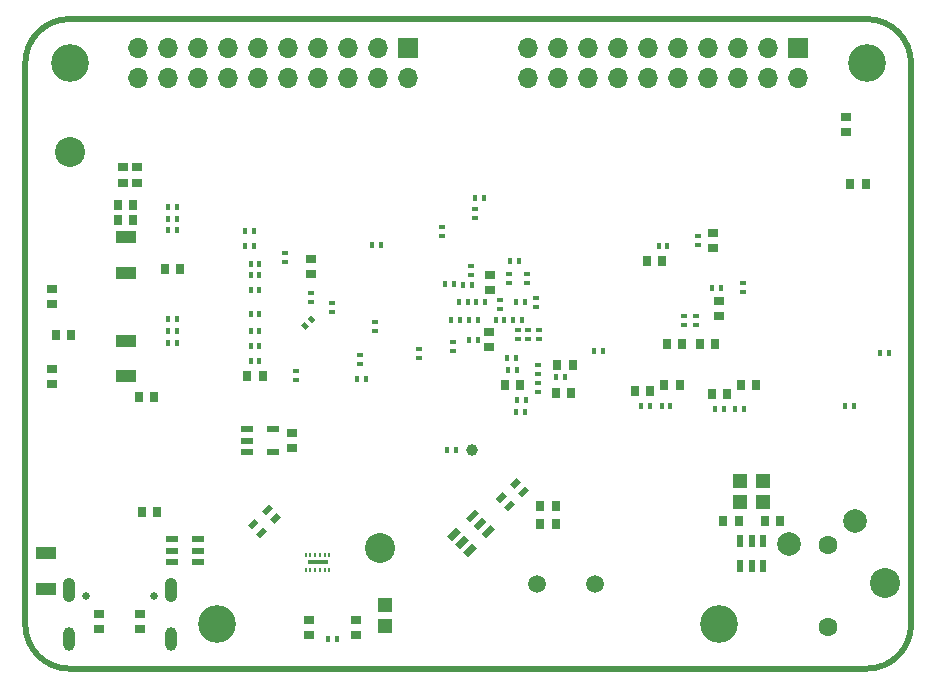
<source format=gbr>
%TF.GenerationSoftware,KiCad,Pcbnew,(5.1.10-1-10_14)*%
%TF.CreationDate,2021-07-27T15:44:47+02:00*%
%TF.ProjectId,EX-PCB-10108-001,45582d50-4342-42d3-9130-3130382d3030,A*%
%TF.SameCoordinates,Original*%
%TF.FileFunction,Soldermask,Bot*%
%TF.FilePolarity,Negative*%
%FSLAX46Y46*%
G04 Gerber Fmt 4.6, Leading zero omitted, Abs format (unit mm)*
G04 Created by KiCad (PCBNEW (5.1.10-1-10_14)) date 2021-07-27 15:44:47*
%MOMM*%
%LPD*%
G01*
G04 APERTURE LIST*
%TA.AperFunction,Profile*%
%ADD10C,0.500000*%
%TD*%
%ADD11C,2.000000*%
%ADD12O,1.000000X2.000000*%
%ADD13O,1.050000X2.100000*%
%ADD14C,0.650000*%
%ADD15R,0.510000X0.450000*%
%ADD16R,0.450000X0.510000*%
%ADD17R,0.710000X0.810000*%
%ADD18R,0.810000X0.710000*%
%ADD19R,0.200000X0.450000*%
%ADD20R,1.800000X0.400000*%
%ADD21C,2.540000*%
%ADD22R,1.250000X1.150000*%
%ADD23R,1.800000X1.070000*%
%ADD24C,1.600000*%
%ADD25R,1.700000X1.700000*%
%ADD26O,1.700000X1.700000*%
%ADD27C,1.500000*%
%ADD28C,3.200000*%
%ADD29R,0.550000X1.060000*%
%ADD30R,1.060000X0.550000*%
%ADD31C,0.100000*%
%ADD32R,1.060000X0.500000*%
%ADD33C,1.000000*%
G04 APERTURE END LIST*
D10*
X117700000Y-81500000D02*
G75*
G02*
X121450000Y-85250000I0J-3750000D01*
G01*
X46450000Y-85250000D02*
G75*
G02*
X50200000Y-81500000I3750000J0D01*
G01*
X50200000Y-136500000D02*
G75*
G02*
X46450000Y-132750000I0J3750000D01*
G01*
X121450000Y-132750000D02*
G75*
G02*
X117700000Y-136500000I-3750000J0D01*
G01*
X46450000Y-85250000D02*
X46450000Y-132750000D01*
X117700000Y-136500000D02*
X50200000Y-136500000D01*
X117700000Y-81500000D02*
X50200000Y-81500000D01*
X121450000Y-85250000D02*
X121450000Y-132750000D01*
D11*
X116725000Y-123975000D03*
X111075000Y-125950000D03*
D12*
X50130000Y-134000000D03*
X58770000Y-134000000D03*
D13*
X50130000Y-129820000D03*
X58770000Y-129820000D03*
D14*
X57340000Y-130320000D03*
X51560000Y-130320000D03*
D15*
X103450000Y-99875000D03*
X103450000Y-100625000D03*
X102200000Y-106625000D03*
X102200000Y-107375000D03*
D16*
X104575000Y-104250000D03*
X105325000Y-104250000D03*
D15*
X103200000Y-106625000D03*
X103200000Y-107375000D03*
D16*
X119575000Y-109750000D03*
X118825000Y-109750000D03*
X116575000Y-114250000D03*
X115825000Y-114250000D03*
D17*
X100345000Y-102000000D03*
X99055000Y-102000000D03*
D16*
X100075000Y-100750000D03*
X100825000Y-100750000D03*
D18*
X104700000Y-100895000D03*
X104700000Y-99605000D03*
D17*
X102095000Y-109000000D03*
X100805000Y-109000000D03*
D18*
X105200000Y-105355000D03*
X105200000Y-106645000D03*
D17*
X103555000Y-109000000D03*
X104845000Y-109000000D03*
D16*
X88075000Y-113750000D03*
X88825000Y-113750000D03*
X88025000Y-114750000D03*
X88775000Y-114750000D03*
X87325000Y-111250000D03*
X88075000Y-111250000D03*
D15*
X89700000Y-105875000D03*
X89700000Y-105125000D03*
X107200000Y-103875000D03*
X107200000Y-104625000D03*
D19*
X71000000Y-128125000D03*
X71400000Y-128125000D03*
X71800000Y-128125000D03*
X72200000Y-128125000D03*
X70200000Y-128125000D03*
X70600000Y-128125000D03*
X71800000Y-126875000D03*
X72200000Y-126875000D03*
X71000000Y-126875000D03*
X71400000Y-126875000D03*
X70600000Y-126875000D03*
X70200000Y-126875000D03*
D20*
X71200000Y-127500000D03*
D18*
X56200000Y-133145000D03*
X56200000Y-131855000D03*
X52700000Y-133145000D03*
X52700000Y-131855000D03*
X115950000Y-91045000D03*
X115950000Y-89755000D03*
D17*
X116305000Y-95500000D03*
X117595000Y-95500000D03*
D16*
X100325000Y-114250000D03*
X101075000Y-114250000D03*
X98575000Y-114250000D03*
X99325000Y-114250000D03*
X106575000Y-114500000D03*
X107325000Y-114500000D03*
X104825000Y-114500000D03*
X105575000Y-114500000D03*
D21*
X119200000Y-129250000D03*
D22*
X106950000Y-122375000D03*
X106950000Y-120625000D03*
X108950000Y-122375000D03*
X108950000Y-120625000D03*
X76950000Y-131125000D03*
X76950000Y-132875000D03*
D23*
X54950000Y-111755000D03*
X54950000Y-108745000D03*
X54950000Y-103005000D03*
X54950000Y-99995000D03*
D17*
X56305000Y-123250000D03*
X57595000Y-123250000D03*
X106845000Y-124000000D03*
X105555000Y-124000000D03*
X109055000Y-124000000D03*
X110345000Y-124000000D03*
X88345000Y-112500000D03*
X87055000Y-112500000D03*
X101845000Y-112500000D03*
X100555000Y-112500000D03*
X104555000Y-113250000D03*
X105845000Y-113250000D03*
D18*
X74450000Y-132355000D03*
X74450000Y-133645000D03*
X70450000Y-132355000D03*
X70450000Y-133645000D03*
D16*
X72075000Y-134000000D03*
X72825000Y-134000000D03*
D17*
X108345000Y-112500000D03*
X107055000Y-112500000D03*
X56055000Y-113500000D03*
X57345000Y-113500000D03*
X49055000Y-108250000D03*
X50345000Y-108250000D03*
X90055000Y-122750000D03*
X91345000Y-122750000D03*
X90055000Y-124250000D03*
X91345000Y-124250000D03*
D18*
X48700000Y-111105000D03*
X48700000Y-112395000D03*
D17*
X98055000Y-113000000D03*
X99345000Y-113000000D03*
D18*
X48700000Y-105645000D03*
X48700000Y-104355000D03*
D24*
X114450000Y-126000000D03*
X114450000Y-133000000D03*
D25*
X111880000Y-83980000D03*
D26*
X111880000Y-86520000D03*
X109340000Y-83980000D03*
X109340000Y-86520000D03*
X106800000Y-83980000D03*
X106800000Y-86520000D03*
X104260000Y-83980000D03*
X104260000Y-86520000D03*
X101720000Y-83980000D03*
X101720000Y-86520000D03*
X99180000Y-83980000D03*
X99180000Y-86520000D03*
X96640000Y-83980000D03*
X96640000Y-86520000D03*
X94100000Y-83980000D03*
X94100000Y-86520000D03*
X91560000Y-83980000D03*
X91560000Y-86520000D03*
X89020000Y-83980000D03*
X89020000Y-86520000D03*
D25*
X78880000Y-83980000D03*
D26*
X78880000Y-86520000D03*
X76340000Y-83980000D03*
X76340000Y-86520000D03*
X73800000Y-83980000D03*
X73800000Y-86520000D03*
X71260000Y-83980000D03*
X71260000Y-86520000D03*
X68720000Y-83980000D03*
X68720000Y-86520000D03*
X66180000Y-83980000D03*
X66180000Y-86520000D03*
X63640000Y-83980000D03*
X63640000Y-86520000D03*
X61100000Y-83980000D03*
X61100000Y-86520000D03*
X58560000Y-83980000D03*
X58560000Y-86520000D03*
X56020000Y-83980000D03*
X56020000Y-86520000D03*
D27*
X94650000Y-129350000D03*
X89750000Y-129350000D03*
D28*
X50200000Y-85250000D03*
D29*
X108900000Y-127850000D03*
X107950000Y-127850000D03*
X107000000Y-127850000D03*
X107000000Y-125650000D03*
X108900000Y-125650000D03*
X107950000Y-125650000D03*
D30*
X61050000Y-125550000D03*
X61050000Y-126500000D03*
X61050000Y-127450000D03*
X58850000Y-127450000D03*
X58850000Y-125550000D03*
X58850000Y-126500000D03*
D31*
G36*
X83913622Y-127018790D02*
G01*
X83524713Y-126629881D01*
X84274246Y-125880348D01*
X84663155Y-126269257D01*
X83913622Y-127018790D01*
G37*
G36*
X83241871Y-126347038D02*
G01*
X82852962Y-125958129D01*
X83602495Y-125208596D01*
X83991404Y-125597505D01*
X83241871Y-126347038D01*
G37*
G36*
X82570119Y-125675287D02*
G01*
X82181210Y-125286378D01*
X82930743Y-124536845D01*
X83319652Y-124925754D01*
X82570119Y-125675287D01*
G37*
G36*
X84125754Y-124119652D02*
G01*
X83736845Y-123730743D01*
X84486378Y-122981210D01*
X84875287Y-123370119D01*
X84125754Y-124119652D01*
G37*
G36*
X85469257Y-125463155D02*
G01*
X85080348Y-125074246D01*
X85829881Y-124324713D01*
X86218790Y-124713622D01*
X85469257Y-125463155D01*
G37*
G36*
X84797505Y-124791404D02*
G01*
X84408596Y-124402495D01*
X85158129Y-123652962D01*
X85547038Y-124041871D01*
X84797505Y-124791404D01*
G37*
D28*
X62700000Y-132750000D03*
X117700000Y-85250000D03*
X105200000Y-132750000D03*
D31*
G36*
X67760660Y-123292894D02*
G01*
X68114213Y-123646447D01*
X67548528Y-124212132D01*
X67194975Y-123858579D01*
X67760660Y-123292894D01*
G37*
G36*
X66558579Y-124494975D02*
G01*
X66912132Y-124848528D01*
X66346447Y-125414213D01*
X65992894Y-125060660D01*
X66558579Y-124494975D01*
G37*
G36*
X65851472Y-123787868D02*
G01*
X66205025Y-124141421D01*
X65639340Y-124707106D01*
X65285787Y-124353553D01*
X65851472Y-123787868D01*
G37*
G36*
X67053553Y-122585787D02*
G01*
X67407106Y-122939340D01*
X66841421Y-123505025D01*
X66487868Y-123151472D01*
X67053553Y-122585787D01*
G37*
D23*
X48200000Y-129755000D03*
X48200000Y-126745000D03*
D31*
G36*
X88760660Y-121042894D02*
G01*
X89114213Y-121396447D01*
X88548528Y-121962132D01*
X88194975Y-121608579D01*
X88760660Y-121042894D01*
G37*
G36*
X87558579Y-122244975D02*
G01*
X87912132Y-122598528D01*
X87346447Y-123164213D01*
X86992894Y-122810660D01*
X87558579Y-122244975D01*
G37*
G36*
X86851472Y-121537868D02*
G01*
X87205025Y-121891421D01*
X86639340Y-122457106D01*
X86285787Y-122103553D01*
X86851472Y-121537868D01*
G37*
G36*
X88053553Y-120335787D02*
G01*
X88407106Y-120689340D01*
X87841421Y-121255025D01*
X87487868Y-120901472D01*
X88053553Y-120335787D01*
G37*
D16*
X95350000Y-109600000D03*
X94600000Y-109600000D03*
D15*
X84500000Y-98325000D03*
X84500000Y-97575000D03*
D16*
X84525000Y-96650000D03*
X85275000Y-96650000D03*
D15*
X81700000Y-99125000D03*
X81700000Y-99875000D03*
D21*
X76450000Y-126250000D03*
X50200000Y-92750000D03*
D16*
X59275000Y-106900000D03*
X58525000Y-106900000D03*
X59275000Y-98400000D03*
X58525000Y-98400000D03*
X58525000Y-99400000D03*
X59275000Y-99400000D03*
X58525000Y-107900000D03*
X59275000Y-107900000D03*
X58525000Y-97400000D03*
X59275000Y-97400000D03*
D17*
X55595000Y-97250000D03*
X54305000Y-97250000D03*
D18*
X69050000Y-117845000D03*
X69050000Y-116555000D03*
D32*
X67400000Y-118150000D03*
X67400000Y-116250000D03*
X65200000Y-116250000D03*
X65200000Y-117200000D03*
X65200000Y-118150000D03*
D33*
X84300000Y-117950000D03*
D16*
X82175000Y-117950000D03*
X82925000Y-117950000D03*
D17*
X55595000Y-98500000D03*
X54305000Y-98500000D03*
D16*
X58525000Y-108900000D03*
X59275000Y-108900000D03*
D17*
X91355000Y-113150000D03*
X92645000Y-113150000D03*
X91505000Y-110750000D03*
X92795000Y-110750000D03*
X58255000Y-102650000D03*
X59545000Y-102650000D03*
D15*
X84200000Y-103175000D03*
X84200000Y-102425000D03*
D16*
X65525000Y-103200000D03*
X66275000Y-103200000D03*
X65525000Y-104450000D03*
X66275000Y-104450000D03*
D15*
X70650000Y-105447599D03*
X70650000Y-104697599D03*
X79750000Y-109475000D03*
X79750000Y-110225000D03*
D18*
X54725000Y-95345000D03*
X54725000Y-94055000D03*
X55925000Y-95345000D03*
X55925000Y-94055000D03*
D16*
X87525000Y-101950000D03*
X88275000Y-101950000D03*
D15*
X89000000Y-107800000D03*
X89000000Y-108550000D03*
D16*
X82775000Y-103950000D03*
X82025000Y-103950000D03*
X65525000Y-102200000D03*
X66275000Y-102200000D03*
X65525000Y-106450000D03*
X66275000Y-106450000D03*
X65525000Y-107950000D03*
X66275000Y-107950000D03*
X65525000Y-110450000D03*
X66275000Y-110450000D03*
D15*
X69400000Y-111325000D03*
X69400000Y-112075000D03*
D31*
G36*
X70113622Y-107125754D02*
G01*
X70474246Y-107486378D01*
X70156048Y-107804576D01*
X69795424Y-107443952D01*
X70113622Y-107125754D01*
G37*
G36*
X70643952Y-106595424D02*
G01*
X71004576Y-106956048D01*
X70686378Y-107274246D01*
X70325754Y-106913622D01*
X70643952Y-106595424D01*
G37*
D16*
X75275000Y-111950000D03*
X74525000Y-111950000D03*
D15*
X74800000Y-109975000D03*
X74800000Y-110725000D03*
D16*
X76575000Y-100650000D03*
X75825000Y-100650000D03*
D15*
X68400000Y-101325000D03*
X68400000Y-102075000D03*
X72400000Y-105575000D03*
X72400000Y-106325000D03*
X76050000Y-107925000D03*
X76050000Y-107175000D03*
D16*
X65525000Y-109200000D03*
X66275000Y-109200000D03*
D18*
X70650000Y-103095000D03*
X70650000Y-101805000D03*
D16*
X83925000Y-105450000D03*
X83175000Y-105450000D03*
X83275000Y-106950000D03*
X82525000Y-106950000D03*
X84275000Y-104050000D03*
X83525000Y-104050000D03*
D15*
X82650000Y-108825000D03*
X82650000Y-109575000D03*
D16*
X65025000Y-100700000D03*
X65775000Y-100700000D03*
X65025000Y-99450000D03*
X65775000Y-99450000D03*
X84775000Y-108700000D03*
X84025000Y-108700000D03*
D18*
X85800000Y-104420000D03*
X85800000Y-103130000D03*
D15*
X88900000Y-103075000D03*
X88900000Y-103825000D03*
X87400000Y-103075000D03*
X87400000Y-103825000D03*
D16*
X92175000Y-111800000D03*
X91425000Y-111800000D03*
D18*
X85750000Y-107955000D03*
X85750000Y-109245000D03*
D16*
X85375000Y-105450000D03*
X84625000Y-105450000D03*
D15*
X89900000Y-111575000D03*
X89900000Y-110825000D03*
D16*
X88525000Y-106950000D03*
X87775000Y-106950000D03*
D15*
X88150000Y-107825000D03*
X88150000Y-108575000D03*
D16*
X84025000Y-106950000D03*
X84775000Y-106950000D03*
D15*
X89900000Y-113075000D03*
X89900000Y-112325000D03*
D16*
X86275000Y-106950000D03*
X87025000Y-106950000D03*
D15*
X86650000Y-106075000D03*
X86650000Y-105325000D03*
X89950000Y-107800000D03*
X89950000Y-108550000D03*
D16*
X88775000Y-105450000D03*
X88025000Y-105450000D03*
X87275000Y-110200000D03*
X88025000Y-110200000D03*
D17*
X66545000Y-111700000D03*
X65255000Y-111700000D03*
M02*

</source>
